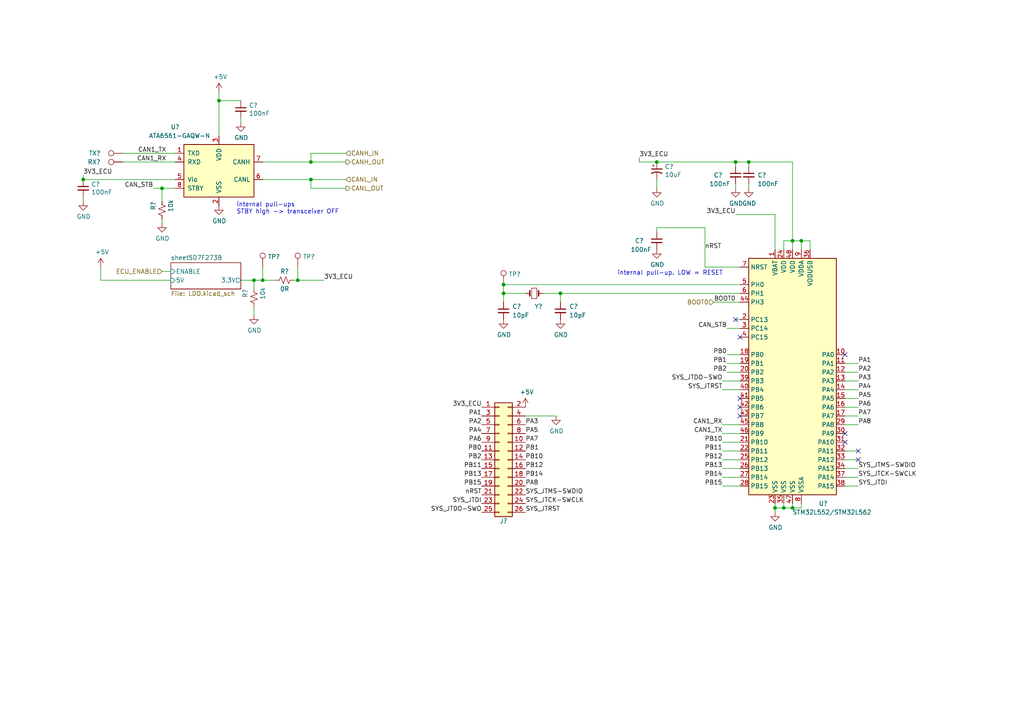
<source format=kicad_sch>
(kicad_sch (version 20230121) (generator eeschema)
  (paper "A4")
  (title_block (title "RAMN: Resistant Automotive Miniature Network V1.0") (date "2024-02-20") (rev "B2L") (company "Copyright (c) 2024 TOYOTA MOTOR CORPORATION. ALL RIGHTS RESERVED.") (comment 3 "License: CC BY-SA 4.0") (comment 4 "https://github.com/toyotainfotech/ramn"))
  (lib_symbols
    (symbol "Connector:TestPoint" (pin_numbers hide) (pin_names (offset 0.762) hide)
      (property "Reference" "TP" (at 0 6.858 0))
      (property "Value" "TestPoint" (at 0 5.08 0))
      (symbol "TestPoint_0_1"
        (circle (center 0 3.302) (radius 0.762))
      )
      (symbol "TestPoint_1_1"
        (pin passive line (at 0 0 90) (length 2.54) (name "1") (number "1"))
      )
    )
    (symbol "Connector_Generic:Conn_02x13_Odd_Even" (pin_names (offset 1.016) hide)
      (property "Reference" "J" (at 1.27 17.78 0))
      (property "Value" "Conn_02x13_Odd_Even" (at 1.27 -17.78 0))
      (symbol "Conn_02x13_Odd_Even_1_1"
        (rectangle (start -1.27 -15.113) (end 0 -15.367) (stroke (width 0.1524)))
        (rectangle (start -1.27 -12.573) (end 0 -12.827) (stroke (width 0.1524)))
        (rectangle (start -1.27 -10.033) (end 0 -10.287) (stroke (width 0.1524)))
        (rectangle (start -1.27 -7.493) (end 0 -7.747) (stroke (width 0.1524)))
        (rectangle (start -1.27 -4.953) (end 0 -5.207) (stroke (width 0.1524)))
        (rectangle (start -1.27 -2.413) (end 0 -2.667) (stroke (width 0.1524)))
        (rectangle (start -1.27 0.127) (end 0 -0.127) (stroke (width 0.1524)))
        (rectangle (start -1.27 2.667) (end 0 2.413) (stroke (width 0.1524)))
        (rectangle (start -1.27 5.207) (end 0 4.953) (stroke (width 0.1524)))
        (rectangle (start -1.27 7.747) (end 0 7.493) (stroke (width 0.1524)))
        (rectangle (start -1.27 10.287) (end 0 10.033) (stroke (width 0.1524)))
        (rectangle (start -1.27 12.827) (end 0 12.573) (stroke (width 0.1524)))
        (rectangle (start -1.27 15.367) (end 0 15.113) (stroke (width 0.1524)))
        (rectangle (start -1.27 16.51) (end 3.81 -16.51) (stroke (width 0.254)) (fill (type background)))
        (rectangle (start 3.81 -15.113) (end 2.54 -15.367) (stroke (width 0.1524)))
        (rectangle (start 3.81 -12.573) (end 2.54 -12.827) (stroke (width 0.1524)))
        (rectangle (start 3.81 -10.033) (end 2.54 -10.287) (stroke (width 0.1524)))
        (rectangle (start 3.81 -7.493) (end 2.54 -7.747) (stroke (width 0.1524)))
        (rectangle (start 3.81 -4.953) (end 2.54 -5.207) (stroke (width 0.1524)))
        (rectangle (start 3.81 -2.413) (end 2.54 -2.667) (stroke (width 0.1524)))
        (rectangle (start 3.81 0.127) (end 2.54 -0.127) (stroke (width 0.1524)))
        (rectangle (start 3.81 2.667) (end 2.54 2.413) (stroke (width 0.1524)))
        (rectangle (start 3.81 5.207) (end 2.54 4.953) (stroke (width 0.1524)))
        (rectangle (start 3.81 7.747) (end 2.54 7.493) (stroke (width 0.1524)))
        (rectangle (start 3.81 10.287) (end 2.54 10.033) (stroke (width 0.1524)))
        (rectangle (start 3.81 12.827) (end 2.54 12.573) (stroke (width 0.1524)))
        (rectangle (start 3.81 15.367) (end 2.54 15.113) (stroke (width 0.1524)))
        (pin passive line (at -5.08 15.24 0) (length 3.81) (name "Pin_1") (number "1"))
        (pin passive line (at 7.62 5.08 180) (length 3.81) (name "Pin_10") (number "10"))
        (pin passive line (at -5.08 2.54 0) (length 3.81) (name "Pin_11") (number "11"))
        (pin passive line (at 7.62 2.54 180) (length 3.81) (name "Pin_12") (number "12"))
        (pin passive line (at -5.08 0 0) (length 3.81) (name "Pin_13") (number "13"))
        (pin passive line (at 7.62 0 180) (length 3.81) (name "Pin_14") (number "14"))
        (pin passive line (at -5.08 -2.54 0) (length 3.81) (name "Pin_15") (number "15"))
        (pin passive line (at 7.62 -2.54 180) (length 3.81) (name "Pin_16") (number "16"))
        (pin passive line (at -5.08 -5.08 0) (length 3.81) (name "Pin_17") (number "17"))
        (pin passive line (at 7.62 -5.08 180) (length 3.81) (name "Pin_18") (number "18"))
        (pin passive line (at -5.08 -7.62 0) (length 3.81) (name "Pin_19") (number "19"))
        (pin passive line (at 7.62 15.24 180) (length 3.81) (name "Pin_2") (number "2"))
        (pin passive line (at 7.62 -7.62 180) (length 3.81) (name "Pin_20") (number "20"))
        (pin passive line (at -5.08 -10.16 0) (length 3.81) (name "Pin_21") (number "21"))
        (pin passive line (at 7.62 -10.16 180) (length 3.81) (name "Pin_22") (number "22"))
        (pin passive line (at -5.08 -12.7 0) (length 3.81) (name "Pin_23") (number "23"))
        (pin passive line (at 7.62 -12.7 180) (length 3.81) (name "Pin_24") (number "24"))
        (pin passive line (at -5.08 -15.24 0) (length 3.81) (name "Pin_25") (number "25"))
        (pin passive line (at 7.62 -15.24 180) (length 3.81) (name "Pin_26") (number "26"))
        (pin passive line (at -5.08 12.7 0) (length 3.81) (name "Pin_3") (number "3"))
        (pin passive line (at 7.62 12.7 180) (length 3.81) (name "Pin_4") (number "4"))
        (pin passive line (at -5.08 10.16 0) (length 3.81) (name "Pin_5") (number "5"))
        (pin passive line (at 7.62 10.16 180) (length 3.81) (name "Pin_6") (number "6"))
        (pin passive line (at -5.08 7.62 0) (length 3.81) (name "Pin_7") (number "7"))
        (pin passive line (at 7.62 7.62 180) (length 3.81) (name "Pin_8") (number "8"))
        (pin passive line (at -5.08 5.08 0) (length 3.81) (name "Pin_9") (number "9"))
      )
    )
    (symbol "Device:C_Small" (pin_numbers hide) (pin_names (offset 0.254) hide)
      (property "Reference" "C" (at 0.254 1.778 0))
      (property "Value" "C_Small" (at 0.254 -2.032 0))
      (symbol "C_Small_0_1"
        (polyline (pts (xy -1.524 -0.508) (xy 1.524 -0.508)) (stroke (width 0.3302)))
        (polyline (pts (xy -1.524 0.508) (xy 1.524 0.508)) (stroke (width 0.3048)))
      )
      (symbol "C_Small_1_1"
        (pin passive line (at 0 2.54 270) (length 2.032) (name "~") (number "1"))
        (pin passive line (at 0 -2.54 90) (length 2.032) (name "~") (number "2"))
      )
    )
    (symbol "Device:Crystal_Small" (pin_numbers hide) (pin_names (offset 1.016) hide)
      (property "Reference" "Y" (at 0 2.54 0))
      (property "Value" "Crystal_Small" (at 0 -2.54 0))
      (symbol "Crystal_Small_0_1"
        (rectangle (start -0.762 -1.524) (end 0.762 1.524))
        (polyline (pts (xy -1.27 -0.762) (xy -1.27 0.762)) (stroke (width 0.381)))
        (polyline (pts (xy 1.27 -0.762) (xy 1.27 0.762)) (stroke (width 0.381)))
      )
      (symbol "Crystal_Small_1_1"
        (pin passive line (at -2.54 0 0) (length 1.27) (name "1") (number "1"))
        (pin passive line (at 2.54 0 180) (length 1.27) (name "2") (number "2"))
      )
    )
    (symbol "Device:R_Small_US" (pin_numbers hide) (pin_names (offset 0.254) hide)
      (property "Reference" "R" (at 0.762 0.508 0))
      (property "Value" "R_Small_US" (at 0.762 -1.016 0))
      (symbol "R_Small_US_1_1"
        (polyline (pts (xy 0 0) (xy 1.016 -0.381) (xy 0 -0.762) (xy -1.016 -1.143) (xy 0 -1.524)))
        (polyline (pts (xy 0 1.524) (xy 1.016 1.143) (xy 0 0.762) (xy -1.016 0.381) (xy 0 0)))
        (pin passive line (at 0 2.54 270) (length 1.016) (name "~") (number "1"))
        (pin passive line (at 0 -2.54 90) (length 1.016) (name "~") (number "2"))
      )
    )
    (symbol "Interface_CAN_LIN:MCP2562-E-SN" (pin_names (offset 1.016))
      (property "Reference" "U" (at -10.16 8.89 0))
      (property "Value" "MCP2562-E-SN" (at 2.54 8.89 0))
      (symbol "MCP2562-E-SN_0_1"
        (rectangle (start -10.16 7.62) (end 10.16 -7.62) (stroke (width 0.254)) (fill (type background)))
      )
      (symbol "MCP2562-E-SN_1_1"
        (pin input line (at -12.7 5.08 0) (length 2.54) (name "TXD") (number "1"))
        (pin power_in line (at 0 -10.16 90) (length 2.54) (name "VSS") (number "2"))
        (pin power_in line (at 0 10.16 270) (length 2.54) (name "VDD") (number "3"))
        (pin output line (at -12.7 2.54 0) (length 2.54) (name "RXD") (number "4"))
        (pin power_in line (at -12.7 -2.54 0) (length 2.54) (name "Vio") (number "5"))
        (pin bidirectional line (at 12.7 -2.54 180) (length 2.54) (name "CANL") (number "6"))
        (pin bidirectional line (at 12.7 2.54 180) (length 2.54) (name "CANH") (number "7"))
        (pin input line (at -12.7 -5.08 0) (length 2.54) (name "STBY") (number "8"))
      )
    )
    (symbol "power:+5V" (power) (pin_names (offset 0))
      (property "Value" "+5V" (at 0 3.556 0))
      (symbol "+5V_0_1"
        (polyline (pts (xy -0.762 1.27) (xy 0 2.54)))
        (polyline (pts (xy 0 0) (xy 0 2.54)))
        (polyline (pts (xy 0 2.54) (xy 0.762 1.27)))
      )
      (symbol "+5V_1_1"
        (pin power_in line (at 0 0 90) (length 0) hide (name "+5V") (number "1"))
      )
    )
    (symbol "power:GND" (power) (pin_names (offset 0))
      (property "Value" "GND" (at 0 -3.81 0))
      (symbol "GND_0_1"
        (polyline (pts (xy 0 0) (xy 0 -1.27) (xy 1.27 -1.27) (xy 0 -2.54) (xy -1.27 -1.27) (xy 0 -1.27)))
      )
      (symbol "GND_1_1"
        (pin power_in line (at 0 0 270) (length 0) hide (name "GND") (number "1"))
      )
    )
    (symbol "ramn-rescue:CP1_Small-Device" (pin_numbers hide) (pin_names (offset 0.254) hide)
      (property "Reference" "C" (at 0.254 1.778 0))
      (property "Value" "Device_CP1_Small" (at 0.254 -2.032 0))
      (symbol "CP1_Small-Device_0_1"
        (polyline (pts (xy -1.524 0.508) (xy 1.524 0.508)) (stroke (width 0.3048)))
        (polyline (pts (xy -1.27 1.524) (xy -0.762 1.524)))
        (polyline (pts (xy -1.016 1.27) (xy -1.016 1.778)))
        (arc (start 1.524 -0.762) (mid 0 -0.3734) (end -1.524 -0.762) (stroke (width 0.3048)))
      )
      (symbol "CP1_Small-Device_1_1"
        (pin passive line (at 0 2.54 270) (length 2.032) (name "~") (number "1"))
        (pin passive line (at 0 -2.54 90) (length 2.032) (name "~") (number "2"))
      )
    )
    (symbol "ramn-rescue:STM32L443CCTx-MCU_ST_STM32L4"
      (property "Reference" "U" (at -12.7 34.29 0))
      (property "Value" "MCU_ST_STM32L4_STM32L443CCTx" (at 7.62 34.29 0))
      (symbol "STM32L443CCTx-MCU_ST_STM32L4_0_1"
        (rectangle (start -12.7 -35.56) (end 12.7 33.02) (stroke (width 0.254)) (fill (type background)))
      )
      (symbol "STM32L443CCTx-MCU_ST_STM32L4_1_1"
        (pin power_in line (at -5.08 35.56 270) (length 2.54) (name "VBAT") (number "1"))
        (pin bidirectional line (at 15.24 5.08 180) (length 2.54) (name "PA0") (number "10"))
        (pin bidirectional line (at 15.24 2.54 180) (length 2.54) (name "PA1") (number "11"))
        (pin bidirectional line (at 15.24 0 180) (length 2.54) (name "PA2") (number "12"))
        (pin bidirectional line (at 15.24 -2.54 180) (length 2.54) (name "PA3") (number "13"))
        (pin bidirectional line (at 15.24 -5.08 180) (length 2.54) (name "PA4") (number "14"))
        (pin bidirectional line (at 15.24 -7.62 180) (length 2.54) (name "PA5") (number "15"))
        (pin bidirectional line (at 15.24 -10.16 180) (length 2.54) (name "PA6") (number "16"))
        (pin bidirectional line (at 15.24 -12.7 180) (length 2.54) (name "PA7") (number "17"))
        (pin bidirectional line (at -15.24 5.08 0) (length 2.54) (name "PB0") (number "18"))
        (pin bidirectional line (at -15.24 2.54 0) (length 2.54) (name "PB1") (number "19"))
        (pin bidirectional line (at -15.24 15.24 0) (length 2.54) (name "PC13") (number "2"))
        (pin bidirectional line (at -15.24 0 0) (length 2.54) (name "PB2") (number "20"))
        (pin bidirectional line (at -15.24 -20.32 0) (length 2.54) (name "PB10") (number "21"))
        (pin bidirectional line (at -15.24 -22.86 0) (length 2.54) (name "PB11") (number "22"))
        (pin power_in line (at -5.08 -38.1 90) (length 2.54) (name "VSS") (number "23"))
        (pin power_in line (at -2.54 35.56 270) (length 2.54) (name "VDD") (number "24"))
        (pin bidirectional line (at -15.24 -25.4 0) (length 2.54) (name "PB12") (number "25"))
        (pin bidirectional line (at -15.24 -27.94 0) (length 2.54) (name "PB13") (number "26"))
        (pin bidirectional line (at -15.24 -30.48 0) (length 2.54) (name "PB14") (number "27"))
        (pin bidirectional line (at -15.24 -33.02 0) (length 2.54) (name "PB15") (number "28"))
        (pin bidirectional line (at 15.24 -15.24 180) (length 2.54) (name "PA8") (number "29"))
        (pin bidirectional line (at -15.24 12.7 0) (length 2.54) (name "PC14") (number "3"))
        (pin bidirectional line (at 15.24 -17.78 180) (length 2.54) (name "PA9") (number "30"))
        (pin bidirectional line (at 15.24 -20.32 180) (length 2.54) (name "PA10") (number "31"))
        (pin bidirectional line (at 15.24 -22.86 180) (length 2.54) (name "PA11") (number "32"))
        (pin bidirectional line (at 15.24 -25.4 180) (length 2.54) (name "PA12") (number "33"))
        (pin bidirectional line (at 15.24 -27.94 180) (length 2.54) (name "PA13") (number "34"))
        (pin power_in line (at -2.54 -38.1 90) (length 2.54) (name "VSS") (number "35"))
        (pin power_in line (at 5.08 35.56 270) (length 2.54) (name "VDDUSB") (number "36"))
        (pin bidirectional line (at 15.24 -30.48 180) (length 2.54) (name "PA14") (number "37"))
        (pin bidirectional line (at 15.24 -33.02 180) (length 2.54) (name "PA15") (number "38"))
        (pin bidirectional line (at -15.24 -2.54 0) (length 2.54) (name "PB3") (number "39"))
        (pin bidirectional line (at -15.24 10.16 0) (length 2.54) (name "PC15") (number "4"))
        (pin bidirectional line (at -15.24 -5.08 0) (length 2.54) (name "PB4") (number "40"))
        (pin bidirectional line (at -15.24 -7.62 0) (length 2.54) (name "PB5") (number "41"))
        (pin bidirectional line (at -15.24 -10.16 0) (length 2.54) (name "PB6") (number "42"))
        (pin bidirectional line (at -15.24 -12.7 0) (length 2.54) (name "PB7") (number "43"))
        (pin bidirectional line (at -15.24 20.32 0) (length 2.54) (name "PH3") (number "44"))
        (pin bidirectional line (at -15.24 -15.24 0) (length 2.54) (name "PB8") (number "45"))
        (pin bidirectional line (at -15.24 -17.78 0) (length 2.54) (name "PB9") (number "46"))
        (pin power_in line (at 0 -38.1 90) (length 2.54) (name "VSS") (number "47"))
        (pin power_in line (at 0 35.56 270) (length 2.54) (name "VDD") (number "48"))
        (pin input line (at -15.24 25.4 0) (length 2.54) (name "PH0") (number "5"))
        (pin input line (at -15.24 22.86 0) (length 2.54) (name "PH1") (number "6"))
        (pin input line (at -15.24 30.48 0) (length 2.54) (name "NRST") (number "7"))
        (pin power_in line (at 2.54 -38.1 90) (length 2.54) (name "VSSA") (number "8"))
        (pin power_in line (at 2.54 35.56 270) (length 2.54) (name "VDDA") (number "9"))
      )
    )
  )
  (junction (at 24.13 52.07))
  (junction (at 46.99 54.61))
  (junction (at 73.66 81.28))
  (junction (at 162.56 85.09))
  (junction (at 213.36 46.99))
  (junction (at 217.17 46.99))
  (junction (at 224.79 147.32))
  (junction (at 190.5 46.99))
  (junction (at 146.05 82.55))
  (junction (at 76.2 81.28))
  (junction (at 90.17 46.99))
  (junction (at 227.33 147.32))
  (junction (at 229.87 147.32))
  (junction (at 146.05 85.09))
  (junction (at 90.17 52.07))
  (junction (at 232.41 69.85))
  (junction (at 86.36 81.28))
  (junction (at 63.5 29.21))
  (junction (at 229.87 69.85))
  (no_connect (at 245.11 128.27))
  (no_connect (at 214.63 120.65))
  (no_connect (at 214.63 118.11))
  (no_connect (at 214.63 115.57))
  (no_connect (at 248.92 133.35))
  (no_connect (at 213.36 92.71))
  (no_connect (at 214.63 97.79))
  (no_connect (at 248.92 130.81))
  (no_connect (at 245.11 125.73))
  (no_connect (at 245.11 102.87))
  (wire (pts (xy 46.99 63.5) (xy 46.99 64.77)))
  (wire (pts (xy 213.36 46.99) (xy 217.17 46.99)))
  (wire (pts (xy 209.55 133.35) (xy 214.63 133.35)))
  (wire (pts (xy 76.2 77.47) (xy 76.2 81.28)))
  (wire (pts (xy 146.05 82.55) (xy 214.63 82.55)))
  (wire (pts (xy 90.17 54.61) (xy 90.17 52.07)))
  (wire (pts (xy 73.66 83.82) (xy 73.66 81.28)))
  (wire (pts (xy 157.48 85.09) (xy 162.56 85.09)))
  (wire (pts (xy 209.55 123.19) (xy 214.63 123.19)))
  (wire (pts (xy 245.11 110.49) (xy 248.92 110.49)))
  (wire (pts (xy 245.11 120.65) (xy 248.92 120.65)))
  (wire (pts (xy 73.66 88.9) (xy 73.66 91.44)))
  (wire (pts (xy 209.55 130.81) (xy 214.63 130.81)))
  (wire (pts (xy 213.36 62.23) (xy 224.79 62.23)))
  (wire (pts (xy 190.5 46.99) (xy 213.36 46.99)))
  (wire (pts (xy 217.17 53.34) (xy 217.17 54.61)))
  (wire (pts (xy 213.36 53.34) (xy 213.36 54.61)))
  (wire (pts (xy 146.05 85.09) (xy 146.05 87.63)))
  (wire (pts (xy 185.42 46.99) (xy 185.42 45.72)))
  (wire (pts (xy 35.56 46.99) (xy 50.8 46.99)))
  (wire (pts (xy 76.2 81.28) (xy 80.01 81.28)))
  (wire (pts (xy 232.41 146.05) (xy 232.41 147.32)))
  (wire (pts (xy 46.99 54.61) (xy 46.99 58.42)))
  (wire (pts (xy 86.36 77.47) (xy 86.36 81.28)))
  (wire (pts (xy 232.41 69.85) (xy 229.87 69.85)))
  (wire (pts (xy 245.11 115.57) (xy 248.92 115.57)))
  (wire (pts (xy 204.47 66.04) (xy 204.47 77.47)))
  (wire (pts (xy 214.63 95.25) (xy 210.82 95.25)))
  (wire (pts (xy 217.17 46.99) (xy 229.87 46.99)))
  (wire (pts (xy 245.11 118.11) (xy 248.92 118.11)))
  (wire (pts (xy 248.92 140.97) (xy 245.11 140.97)))
  (wire (pts (xy 209.55 140.97) (xy 214.63 140.97)))
  (wire (pts (xy 207.01 87.63) (xy 214.63 87.63)))
  (wire (pts (xy 204.47 77.47) (xy 214.63 77.47)))
  (wire (pts (xy 227.33 146.05) (xy 227.33 147.32)))
  (wire (pts (xy 190.5 67.31) (xy 190.5 66.04)))
  (wire (pts (xy 245.11 107.95) (xy 248.92 107.95)))
  (wire (pts (xy 224.79 62.23) (xy 224.79 72.39)))
  (wire (pts (xy 24.13 52.07) (xy 50.8 52.07)))
  (wire (pts (xy 227.33 147.32) (xy 224.79 147.32)))
  (wire (pts (xy 214.63 110.49) (xy 209.55 110.49)))
  (wire (pts (xy 24.13 57.15) (xy 24.13 58.42)))
  (wire (pts (xy 46.99 78.74) (xy 49.53 78.74)))
  (wire (pts (xy 90.17 44.45) (xy 100.33 44.45)))
  (wire (pts (xy 76.2 52.07) (xy 90.17 52.07)))
  (wire (pts (xy 217.17 46.99) (xy 217.17 48.26)))
  (wire (pts (xy 232.41 69.85) (xy 234.95 69.85)))
  (wire (pts (xy 224.79 146.05) (xy 224.79 147.32)))
  (wire (pts (xy 209.55 128.27) (xy 214.63 128.27)))
  (wire (pts (xy 229.87 72.39) (xy 229.87 69.85)))
  (wire (pts (xy 69.85 81.28) (xy 73.66 81.28)))
  (wire (pts (xy 209.55 135.89) (xy 214.63 135.89)))
  (wire (pts (xy 232.41 147.32) (xy 229.87 147.32)))
  (wire (pts (xy 29.21 77.47) (xy 29.21 81.28)))
  (wire (pts (xy 69.85 34.29) (xy 69.85 35.56)))
  (wire (pts (xy 63.5 29.21) (xy 63.5 39.37)))
  (wire (pts (xy 90.17 52.07) (xy 100.33 52.07)))
  (wire (pts (xy 76.2 46.99) (xy 90.17 46.99)))
  (wire (pts (xy 213.36 46.99) (xy 213.36 48.26)))
  (wire (pts (xy 209.55 125.73) (xy 214.63 125.73)))
  (wire (pts (xy 234.95 69.85) (xy 234.95 72.39)))
  (wire (pts (xy 24.13 50.8) (xy 24.13 52.07)))
  (wire (pts (xy 90.17 46.99) (xy 90.17 44.45)))
  (wire (pts (xy 190.5 66.04) (xy 204.47 66.04)))
  (wire (pts (xy 46.99 54.61) (xy 44.45 54.61)))
  (wire (pts (xy 63.5 26.67) (xy 63.5 29.21)))
  (wire (pts (xy 232.41 72.39) (xy 232.41 69.85)))
  (wire (pts (xy 248.92 138.43) (xy 245.11 138.43)))
  (wire (pts (xy 245.11 133.35) (xy 248.92 133.35)))
  (wire (pts (xy 73.66 81.28) (xy 76.2 81.28)))
  (wire (pts (xy 245.11 135.89) (xy 248.92 135.89)))
  (wire (pts (xy 209.55 138.43) (xy 214.63 138.43)))
  (wire (pts (xy 245.11 113.03) (xy 248.92 113.03)))
  (wire (pts (xy 210.82 102.87) (xy 214.63 102.87)))
  (wire (pts (xy 245.11 105.41) (xy 248.92 105.41)))
  (wire (pts (xy 29.21 81.28) (xy 49.53 81.28)))
  (wire (pts (xy 85.09 81.28) (xy 86.36 81.28)))
  (wire (pts (xy 50.8 54.61) (xy 46.99 54.61)))
  (wire (pts (xy 248.92 130.81) (xy 245.11 130.81)))
  (wire (pts (xy 90.17 54.61) (xy 100.33 54.61)))
  (wire (pts (xy 224.79 147.32) (xy 224.79 148.59)))
  (wire (pts (xy 90.17 46.99) (xy 100.33 46.99)))
  (wire (pts (xy 190.5 52.07) (xy 190.5 54.61)))
  (wire (pts (xy 152.4 120.65) (xy 161.29 120.65)))
  (wire (pts (xy 214.63 113.03) (xy 209.55 113.03)))
  (wire (pts (xy 229.87 69.85) (xy 229.87 46.99)))
  (wire (pts (xy 69.85 29.21) (xy 63.5 29.21)))
  (wire (pts (xy 162.56 85.09) (xy 214.63 85.09)))
  (wire (pts (xy 214.63 92.71) (xy 213.36 92.71)))
  (wire (pts (xy 35.56 44.45) (xy 50.8 44.45)))
  (wire (pts (xy 190.5 46.99) (xy 185.42 46.99)))
  (wire (pts (xy 210.82 107.95) (xy 214.63 107.95)))
  (wire (pts (xy 210.82 105.41) (xy 214.63 105.41)))
  (wire (pts (xy 86.36 81.28) (xy 93.98 81.28)))
  (wire (pts (xy 245.11 123.19) (xy 248.92 123.19)))
  (wire (pts (xy 146.05 85.09) (xy 152.4 85.09)))
  (wire (pts (xy 229.87 147.32) (xy 227.33 147.32)))
  (wire (pts (xy 227.33 69.85) (xy 229.87 69.85)))
  (wire (pts (xy 227.33 72.39) (xy 227.33 69.85)))
  (wire (pts (xy 229.87 146.05) (xy 229.87 147.32)))
  (wire (pts (xy 162.56 85.09) (xy 162.56 87.63)))
  (wire (pts (xy 146.05 82.55) (xy 146.05 85.09)))
  (text "internal pull-up. LOW = RESET" (at 179.07 80.01 0) (effects (font (size 1.27 1.27)) (justify left bottom)))
  (text "internal pull-ups\nSTBY high -> transceiver OFF" (at 68.58 62.23 0) (effects (font (size 1.27 1.27)) (justify left bottom)))
  (label "3V3_ECU" (at 24.13 50.8 0))
  (label "PA7" (at 152.4 128.27 0))
  (label "PB13" (at 209.55 135.89 180))
  (label "3V3_ECU" (at 139.7 118.11 180))
  (label "PB2" (at 139.7 133.35 180))
  (label "PA6" (at 139.7 128.27 180))
  (label "PB13" (at 139.7 138.43 180))
  (label "PA1" (at 139.7 120.65 180))
  (label "CAN1_RX" (at 48.26 46.99 180))
  (label "CAN1_TX" (at 48.26 44.45 180))
  (label "nRST" (at 204.47 72.39 0))
  (label "PA7" (at 248.92 120.65 0))
  (label "PB11" (at 209.55 130.81 180))
  (label "3V3_ECU" (at 93.98 81.28 0))
  (label "PB10" (at 209.55 128.27 180))
  (label "PB2" (at 210.82 107.95 180))
  (label "CAN1_TX" (at 209.55 125.73 180))
  (label "SYS_JTDO-SWO" (at 209.55 110.49 180))
  (label "PB14" (at 209.55 138.43 180))
  (label "3V3_ECU" (at 185.42 45.72 0))
  (label "PB1" (at 152.4 130.81 0))
  (label "PA4" (at 248.92 113.03 0))
  (label "PB0" (at 210.82 102.87 180))
  (label "PA6" (at 248.92 118.11 0))
  (label "CAN_STB" (at 44.45 54.61 180))
  (label "PB12" (at 152.4 135.89 0))
  (label "BOOT0" (at 213.36 87.63 180))
  (label "SYS_JTRST" (at 152.4 148.59 0))
  (label "PB12" (at 209.55 133.35 180))
  (label "SYS_JTDO-SWO" (at 139.7 148.59 180))
  (label "PA5" (at 248.92 115.57 0))
  (label "PB14" (at 152.4 138.43 0))
  (label "PA5" (at 152.4 125.73 0))
  (label "PA8" (at 248.92 123.19 0))
  (label "CAN1_RX" (at 209.55 123.19 180))
  (label "SYS_JTCK-SWCLK" (at 248.92 138.43 0))
  (label "PA3" (at 152.4 123.19 0))
  (label "PB1" (at 210.82 105.41 180))
  (label "PA2" (at 248.92 107.95 0))
  (label "PB0" (at 139.7 130.81 180))
  (label "PB10" (at 152.4 133.35 0))
  (label "SYS_JTRST" (at 209.55 113.03 180))
  (label "PA3" (at 248.92 110.49 0))
  (label "PA4" (at 139.7 125.73 180))
  (label "SYS_JTMS-SWDIO" (at 152.4 143.51 0))
  (label "SYS_JTMS-SWDIO" (at 248.92 135.89 0))
  (label "PB11" (at 139.7 135.89 180))
  (label "SYS_JTDI" (at 139.7 146.05 180))
  (label "PA2" (at 139.7 123.19 180))
  (label "PA1" (at 248.92 105.41 0))
  (label "3V3_ECU" (at 213.36 62.23 180))
  (label "CAN_STB" (at 210.82 95.25 180))
  (label "SYS_JTCK-SWCLK" (at 152.4 146.05 0))
  (label "SYS_JTDI" (at 248.92 140.97 0))
  (label "PA8" (at 152.4 140.97 0))
  (label "nRST" (at 139.7 143.51 180))
  (label "PB15" (at 209.55 140.97 180))
  (label "PB15" (at 139.7 140.97 180))
  (hierarchical_label "CANL_IN" (shape input) (at 100.33 52.07 0))
  (hierarchical_label "CANH_IN" (shape input) (at 100.33 44.45 0))
  (hierarchical_label "CANH_OUT" (shape output) (at 100.33 46.99 0))
  (hierarchical_label "BOOT0" (shape input) (at 207.01 87.63 180))
  (hierarchical_label "ECU_ENABLE" (shape input) (at 46.99 78.74 180))
  (hierarchical_label "CANL_OUT" (shape output) (at 100.33 54.61 0))
  (symbol (lib_id "power:GND") (at 63.5 59.69 0) (unit 1)
    (property "Reference" "#PWR?" (effects hide))
    (property "Value" "GND" (at 63.627 64.0842 0))
    (instances (project "ramn" (path "" (reference "#PWR?") (unit 1)) (path "" (reference "#PWR?") (unit 1)) (path "" (reference "#PWR?") (unit 1)) (path "" (reference "#PWR066") (unit 1)) (path "" (reference "#PWR?") (unit 1))))
  )
  (symbol (lib_id "power:+5V") (at 63.5 26.67 0) (unit 1)
    (property "Reference" "#PWR?" (effects hide))
    (property "Value" "+5V" (at 63.881 22.2758 0))
    (instances (project "ramn" (path "" (reference "#PWR?") (unit 1)) (path "" (reference "#PWR065") (unit 1)) (path "" (reference "#PWR?") (unit 1)) (path "" (reference "#PWR?") (unit 1))))
  )
  (symbol (lib_id "power:GND") (at 69.85 35.56 0) (unit 1)
    (property "Reference" "#PWR?" (effects hide))
    (property "Value" "GND" (at 69.977 39.9542 0))
    (instances (project "ramn" (path "" (reference "#PWR?") (unit 1)) (path "" (reference "#PWR?") (unit 1)) (path "" (reference "#PWR?") (unit 1)) (path "" (reference "#PWR067") (unit 1)) (path "" (reference "#PWR?") (unit 1))))
  )
  (symbol (lib_id "Device:C_Small") (at 69.85 31.75 0) (unit 1)
    (property "Reference" "C?" (at 72.1868 30.5816 0) (effects (justify left)))
    (property "Value" "100nF" (at 72.1868 32.893 0) (effects (justify left)))
    (property "Footprint" "Capacitor_SMD:C_0603_1608Metric" (effects hide))
    (instances (project "ramn" (path "" (reference "C?") (unit 1)) (path "" (reference "C34") (unit 1)) (path "" (reference "C?") (unit 1)) (path "" (reference "C?") (unit 1)) (path "" (reference "C?") (unit 1))))
  )
  (symbol (lib_id "power:GND") (at 24.13 58.42 0) (unit 1)
    (property "Reference" "#PWR?" (effects hide))
    (property "Value" "GND" (at 24.257 62.8142 0))
    (instances (project "ramn" (path "" (reference "#PWR?") (unit 1)) (path "" (reference "#PWR?") (unit 1)) (path "" (reference "#PWR?") (unit 1)) (path "" (reference "#PWR062") (unit 1)) (path "" (reference "#PWR?") (unit 1))))
  )
  (symbol (lib_id "Device:C_Small") (at 24.13 54.61 0) (unit 1)
    (property "Reference" "C?" (at 26.4668 53.4416 0) (effects (justify left)))
    (property "Value" "100nF" (at 26.4668 55.753 0) (effects (justify left)))
    (property "Footprint" "Capacitor_SMD:C_0603_1608Metric" (effects hide))
    (instances (project "ramn" (path "" (reference "C?") (unit 1)) (path "" (reference "C33") (unit 1)) (path "" (reference "C?") (unit 1)) (path "" (reference "C?") (unit 1)) (path "" (reference "C?") (unit 1))))
  )
  (symbol (lib_id "Interface_CAN_LIN:MCP2562-E-SN") (at 63.5 49.53 0) (unit 1)
    (property "Reference" "U?" (at 50.8 36.83 0))
    (property "Value" "ATA6561-GAQW-N" (at 52.07 39.37 0))
    (property "Footprint" "Package_SO:SOIC-8_3.9x4.9mm_P1.27mm" (effects hide))
    (instances (project "ramn" (path "" (reference "U?") (unit 1)) (path "" (reference "U10") (unit 1)) (path "" (reference "U?") (unit 1)) (path "" (reference "U?") (unit 1))))
  )
  (symbol (lib_id "power:GND") (at 146.05 92.71 0) (unit 1)
    (property "Reference" "#PWR?" (effects hide))
    (property "Value" "GND" (at 146.177 97.1042 0))
    (instances (project "ramn" (path "" (reference "#PWR?") (unit 1)) (path "" (reference "#PWR?") (unit 1)) (path "" (reference "#PWR?") (unit 1)) (path "" (reference "#PWR069") (unit 1)) (path "" (reference "#PWR?") (unit 1))))
  )
  (symbol (lib_id "power:GND") (at 162.56 92.71 0) (unit 1)
    (property "Reference" "#PWR?" (effects hide))
    (property "Value" "GND" (at 162.687 97.1042 0))
    (instances (project "ramn" (path "" (reference "#PWR?") (unit 1)) (path "" (reference "#PWR?") (unit 1)) (path "" (reference "#PWR?") (unit 1)) (path "" (reference "#PWR072") (unit 1)) (path "" (reference "#PWR?") (unit 1))))
  )
  (symbol (lib_id "Device:C_Small") (at 162.56 90.17 0) (unit 1)
    (property "Reference" "C?" (at 165.1 88.9 0) (effects (justify left)))
    (property "Value" "10pF" (at 165.1 91.44 0) (effects (justify left)))
    (property "Footprint" "Capacitor_SMD:C_0603_1608Metric" (effects hide))
    (instances (project "ramn" (path "" (reference "C?") (unit 1)) (path "" (reference "C36") (unit 1)) (path "" (reference "C?") (unit 1)) (path "" (reference "C?") (unit 1)) (path "" (reference "C?") (unit 1))))
  )
  (symbol (lib_id "Device:C_Small") (at 146.05 90.17 0) (unit 1)
    (property "Reference" "C?" (at 148.59 88.9 0) (effects (justify left)))
    (property "Value" "10pF" (at 148.59 91.44 0) (effects (justify left)))
    (property "Footprint" "Capacitor_SMD:C_0603_1608Metric" (effects hide))
    (instances (project "ramn" (path "" (reference "C?") (unit 1)) (path "" (reference "C35") (unit 1)) (path "" (reference "C?") (unit 1)) (path "" (reference "C?") (unit 1)) (path "" (reference "C?") (unit 1))))
  )
  (symbol (lib_id "Device:Crystal_Small") (at 154.94 85.09 0) (unit 1)
    (property "Reference" "Y?" (at 156.21 88.9 0))
    (property "Value" "NX3225GD-8MHZ-STD-CRA-3" (effects hide))
    (property "Footprint" "digikey-footprints:SMD-2_3.2x2.5mm" (effects hide))
    (instances (project "ramn" (path "" (reference "Y?") (unit 1)) (path "" (reference "Y?") (unit 1)) (path "" (reference "Y?") (unit 1)) (path "" (reference "Y4") (unit 1)) (path "" (reference "Y?") (unit 1))))
  )
  (symbol (lib_id "power:GND") (at 224.79 148.59 0) (unit 1)
    (property "Reference" "#PWR?" (effects hide))
    (property "Value" "GND" (at 224.917 152.9842 0))
    (instances (project "ramn" (path "" (reference "#PWR?") (unit 1)) (path "" (reference "#PWR?") (unit 1)) (path "" (reference "#PWR?") (unit 1)) (path "" (reference "#PWR077") (unit 1)) (path "" (reference "#PWR?") (unit 1))))
  )
  (symbol (lib_id "power:GND") (at 190.5 72.39 0) (unit 1)
    (property "Reference" "#PWR?" (effects hide))
    (property "Value" "GND" (at 190.627 76.7842 0))
    (instances (project "ramn" (path "" (reference "#PWR?") (unit 1)) (path "" (reference "#PWR?") (unit 1)) (path "" (reference "#PWR?") (unit 1)) (path "" (reference "#PWR074") (unit 1)) (path "" (reference "#PWR?") (unit 1))))
  )
  (symbol (lib_id "Device:C_Small") (at 190.5 69.85 0) (unit 1)
    (property "Reference" "C?" (at 184.15 69.85 0) (effects (justify left)))
    (property "Value" "100nF" (at 182.88 72.39 0) (effects (justify left)))
    (property "Footprint" "Capacitor_SMD:C_0603_1608Metric" (effects hide))
    (instances (project "ramn" (path "" (reference "C?") (unit 1)) (path "" (reference "C38") (unit 1)) (path "" (reference "C?") (unit 1)) (path "" (reference "C?") (unit 1)) (path "" (reference "C?") (unit 1))))
  )
  (symbol (lib_id "ramn-rescue:CP1_Small-Device") (at 190.5 49.53 0) (unit 1)
    (property "Reference" "C?" (at 192.8114 48.3616 0) (effects (justify left)))
    (property "Value" "10uF" (at 192.8114 50.673 0) (effects (justify left)))
    (property "Footprint" "Capacitor_SMD:C_1206_3216Metric" (effects hide))
    (instances (project "ramn" (path "" (reference "C?") (unit 1)) (path "" (reference "C?") (unit 1)) (path "" (reference "C?") (unit 1)) (path "" (reference "C37") (unit 1)) (path "" (reference "C?") (unit 1))))
  )
  (symbol (lib_id "power:GND") (at 190.5 54.61 0) (unit 1)
    (property "Reference" "#PWR?" (effects hide))
    (property "Value" "GND" (at 190.627 59.0042 0))
    (instances (project "ramn" (path "" (reference "#PWR?") (unit 1)) (path "" (reference "#PWR?") (unit 1)) (path "" (reference "#PWR?") (unit 1)) (path "" (reference "#PWR073") (unit 1)) (path "" (reference "#PWR?") (unit 1))))
  )
  (symbol (lib_id "power:GND") (at 213.36 54.61 0) (unit 1)
    (property "Reference" "#PWR?" (effects hide))
    (property "Value" "GND" (at 213.487 59.0042 0))
    (instances (project "ramn" (path "" (reference "#PWR?") (unit 1)) (path "" (reference "#PWR?") (unit 1)) (path "" (reference "#PWR?") (unit 1)) (path "" (reference "#PWR075") (unit 1)) (path "" (reference "#PWR?") (unit 1))))
  )
  (symbol (lib_id "power:GND") (at 217.17 54.61 0) (unit 1)
    (property "Reference" "#PWR?" (effects hide))
    (property "Value" "GND" (at 217.297 59.0042 0))
    (instances (project "ramn" (path "" (reference "#PWR?") (unit 1)) (path "" (reference "#PWR?") (unit 1)) (path "" (reference "#PWR?") (unit 1)) (path "" (reference "#PWR076") (unit 1)) (path "" (reference "#PWR?") (unit 1))))
  )
  (symbol (lib_id "Device:C_Small") (at 217.17 50.8 0) (unit 1)
    (property "Reference" "C?" (at 219.71 50.8 0) (effects (justify left)))
    (property "Value" "100nF" (at 219.71 53.34 0) (effects (justify left)))
    (property "Footprint" "Capacitor_SMD:C_0603_1608Metric" (effects hide))
    (instances (project "ramn" (path "" (reference "C?") (unit 1)) (path "" (reference "C40") (unit 1)) (path "" (reference "C?") (unit 1)) (path "" (reference "C?") (unit 1)) (path "" (reference "C?") (unit 1))))
  )
  (symbol (lib_id "Device:C_Small") (at 213.36 50.8 0) (unit 1)
    (property "Reference" "C?" (at 207.01 50.8 0) (effects (justify left)))
    (property "Value" "100nF" (at 205.74 53.34 0) (effects (justify left)))
    (property "Footprint" "Capacitor_SMD:C_0603_1608Metric" (effects hide))
    (instances (project "ramn" (path "" (reference "C?") (unit 1)) (path "" (reference "C39") (unit 1)) (path "" (reference "C?") (unit 1)) (path "" (reference "C?") (unit 1)) (path "" (reference "C?") (unit 1))))
  )
  (symbol (lib_id "ramn-rescue:STM32L443CCTx-MCU_ST_STM32L4") (at 229.87 107.95 0) (unit 1)
    (property "Reference" "U?" (at 238.76 146.05 0))
    (property "Value" "STM32L552/STM32L562" (at 241.3 148.59 0))
    (property "Footprint" "Package_QFP:LQFP-48_7x7mm_P0.5mm" (effects hide))
    (property "Datasheet" "http://www.st.com/st-web-ui/static/active/en/resource/technical/document/datasheet/DM00254865.pdf" (effects hide))
    (instances (project "ramn" (path "" (reference "U?") (unit 1)) (path "" (reference "U?") (unit 1)) (path "" (reference "U?") (unit 1)) (path "" (reference "U11") (unit 1)) (path "" (reference "U?") (unit 1))))
  )
  (symbol (lib_id "power:+5V") (at 29.21 77.47 0) (unit 1)
    (property "Reference" "#PWR?" (effects hide))
    (property "Value" "+5V" (at 29.591 73.0758 0))
    (instances (project "ramn" (path "" (reference "#PWR?") (unit 1)) (path "" (reference "#PWR063") (unit 1)) (path "" (reference "#PWR?") (unit 1)) (path "" (reference "#PWR?") (unit 1))))
  )
  (symbol (lib_id "Connector:TestPoint") (at 146.05 82.55 0) (unit 1)
    (property "Reference" "TP?" (at 147.5232 79.5528 0) (effects (justify left)))
    (property "Value" " " (at 147.5232 81.8642 0) (effects (justify left)))
    (property "Footprint" "TestPoint:TestPoint_Loop_D2.54mm_Drill1.5mm_Beaded" (effects hide))
    (instances (project "ramn" (path "" (reference "TP?") (unit 1)) (path "" (reference "TP10") (unit 1)) (path "" (reference "TP?") (unit 1)) (path "" (reference "TP?") (unit 1)) (path "" (reference "TP?") (unit 1))))
  )
  (symbol (lib_id "Device:R_Small_US") (at 46.99 60.96 0) (unit 1)
    (property "Reference" "R?" (at 44.45 59.69 90))
    (property "Value" "10k" (at 49.53 59.69 90))
    (property "Footprint" "Resistor_SMD:R_0603_1608Metric" (effects hide))
    (instances (project "ramn" (path "" (reference "R?") (unit 1)) (path "" (reference "R?") (unit 1)) (path "" (reference "R14") (unit 1)) (path "" (reference "R?") (unit 1))))
  )
  (symbol (lib_id "power:GND") (at 46.99 64.77 0) (unit 1)
    (property "Reference" "#PWR?" (effects hide))
    (property "Value" "GND" (at 47.117 69.1642 0))
    (instances (project "ramn" (path "" (reference "#PWR?") (unit 1)) (path "" (reference "#PWR?") (unit 1)) (path "" (reference "#PWR?") (unit 1)) (path "" (reference "#PWR064") (unit 1)) (path "" (reference "#PWR?") (unit 1))))
  )
  (symbol (lib_id "Device:R_Small_US") (at 82.55 81.28 270) (unit 1)
    (property "Reference" "R?" (at 82.55 78.74 90))
    (property "Value" "0R" (at 82.55 83.82 90))
    (property "Footprint" "Resistor_SMD:R_0603_1608Metric" (effects hide))
    (instances (project "ramn" (path "" (reference "R?") (unit 1)) (path "" (reference "R?") (unit 1)) (path "" (reference "R?") (unit 1)) (path "" (reference "R?") (unit 1)) (path "" (reference "R?") (unit 1)) (path "" (reference "R16") (unit 1))))
  )
  (symbol (lib_id "Connector:TestPoint") (at 76.2 77.47 0) (unit 1)
    (property "Reference" "TP?" (at 77.6732 74.4728 0) (effects (justify left)))
    (property "Value" " " (at 77.6732 76.7842 0) (effects (justify left)))
    (property "Footprint" "TestPoint:TestPoint_Loop_D2.54mm_Drill1.5mm_Beaded" (effects hide))
    (instances (project "ramn" (path "" (reference "TP?") (unit 1)) (path "" (reference "TP?") (unit 1)) (path "" (reference "TP?") (unit 1)) (path "" (reference "TP?") (unit 1)) (path "" (reference "TP?") (unit 1)) (path "" (reference "TP8") (unit 1))))
  )
  (symbol (lib_id "Connector:TestPoint") (at 86.36 77.47 0) (unit 1)
    (property "Reference" "TP?" (at 87.8332 74.4728 0) (effects (justify left)))
    (property "Value" " " (at 87.8332 76.7842 0) (effects (justify left)))
    (property "Footprint" "TestPoint:TestPoint_Loop_D2.54mm_Drill1.5mm_Beaded" (effects hide))
    (instances (project "ramn" (path "" (reference "TP?") (unit 1)) (path "" (reference "TP?") (unit 1)) (path "" (reference "TP?") (unit 1)) (path "" (reference "TP?") (unit 1)) (path "" (reference "TP?") (unit 1)) (path "" (reference "TP9") (unit 1))))
  )
  (symbol (lib_id "power:GND") (at 161.29 120.65 0) (unit 1)
    (property "Reference" "#PWR?" (effects hide))
    (property "Value" "GND" (at 161.417 125.0442 0))
    (instances (project "ramn" (path "" (reference "#PWR?") (unit 1)) (path "" (reference "#PWR?") (unit 1)) (path "" (reference "#PWR?") (unit 1)) (path "" (reference "#PWR071") (unit 1)) (path "" (reference "#PWR?") (unit 1))))
  )
  (symbol (lib_id "power:+5V") (at 152.4 118.11 0) (unit 1)
    (property "Reference" "#PWR?" (effects hide))
    (property "Value" "+5V" (at 152.781 113.7158 0))
    (instances (project "ramn" (path "" (reference "#PWR?") (unit 1)) (path "" (reference "#PWR070") (unit 1)) (path "" (reference "#PWR?") (unit 1)) (path "" (reference "#PWR?") (unit 1))))
  )
  (symbol (lib_id "Connector:TestPoint") (at 35.56 44.45 90) (unit 1)
    (property "Reference" "TX?" (at 29.21 44.45 90) (effects (justify left)))
    (property "Value" " " (at 34.8742 42.9768 0) (effects (justify left)))
    (property "Footprint" "TestPoint:TestPoint_Pad_D1.0mm" (effects hide))
    (instances (project "ramn" (path "" (reference "TX?") (unit 1)) (path "" (reference "TX1") (unit 1)) (path "" (reference "TX?") (unit 1)) (path "" (reference "TX?") (unit 1)) (path "" (reference "TX?") (unit 1))))
  )
  (symbol (lib_id "Connector:TestPoint") (at 35.56 46.99 90) (unit 1)
    (property "Reference" "RX?" (at 29.21 46.99 90) (effects (justify left)))
    (property "Value" " " (at 34.8742 45.5168 0) (effects (justify left)))
    (property "Footprint" "TestPoint:TestPoint_Pad_D1.0mm" (effects hide))
    (instances (project "ramn" (path "" (reference "RX?") (unit 1)) (path "" (reference "RX1") (unit 1)) (path "" (reference "RX?") (unit 1)) (path "" (reference "RX?") (unit 1)) (path "" (reference "RX?") (unit 1))))
  )
  (symbol (lib_id "Connector_Generic:Conn_02x13_Odd_Even") (at 144.78 133.35 0) (unit 1)
    (property "Reference" "J?" (at 146.05 151.13 0))
    (property "Value" " " (at 146.05 114.9096 0))
    (property "Footprint" "Connector_PinSocket_2.54mm:PinSocket_2x13_P2.54mm_Vertical" (effects hide))
    (instances (project "ramn" (path "" (reference "J?") (unit 1)) (path "" (reference "J6") (unit 1)) (path "" (reference "J?") (unit 1)) (path "" (reference "J?") (unit 1))))
  )
  (symbol (lib_id "Device:R_Small_US") (at 73.66 86.36 0) (unit 1)
    (property "Reference" "R?" (at 71.12 85.09 90))
    (property "Value" "10k" (at 76.2 85.09 90))
    (property "Footprint" "Resistor_SMD:R_0603_1608Metric" (effects hide))
    (instances (project "ramn" (path "" (reference "R?") (unit 1)) (path "" (reference "R?") (unit 1)) (path "" (reference "R15") (unit 1)) (path "" (reference "R?") (unit 1))))
  )
  (symbol (lib_id "power:GND") (at 73.66 91.44 0) (unit 1)
    (property "Reference" "#PWR?" (effects hide))
    (property "Value" "GND" (at 73.787 95.8342 0))
    (instances (project "ramn" (path "" (reference "#PWR?") (unit 1)) (path "" (reference "#PWR?") (unit 1)) (path "" (reference "#PWR?") (unit 1)) (path "" (reference "#PWR068") (unit 1)) (path "" (reference "#PWR?") (unit 1))))
  )
  (sheet (at 49.53 76.2) (size 20.32 7.62)
    (property "Sheetname" "sheet5D7F273B" (at 49.53 75.4884 0) (effects (justify left bottom)))
    (property "Sheetfile" "LDO.kicad_sch" (at 49.53 84.4046 0) (effects (justify left top)))
    (pin "3.3V" output (at 69.85 81.28 0))
    (pin "5V" input (at 49.53 81.28 180))
    (pin "ENABLE" input (at 49.53 78.74 180))
  )
)
</source>
